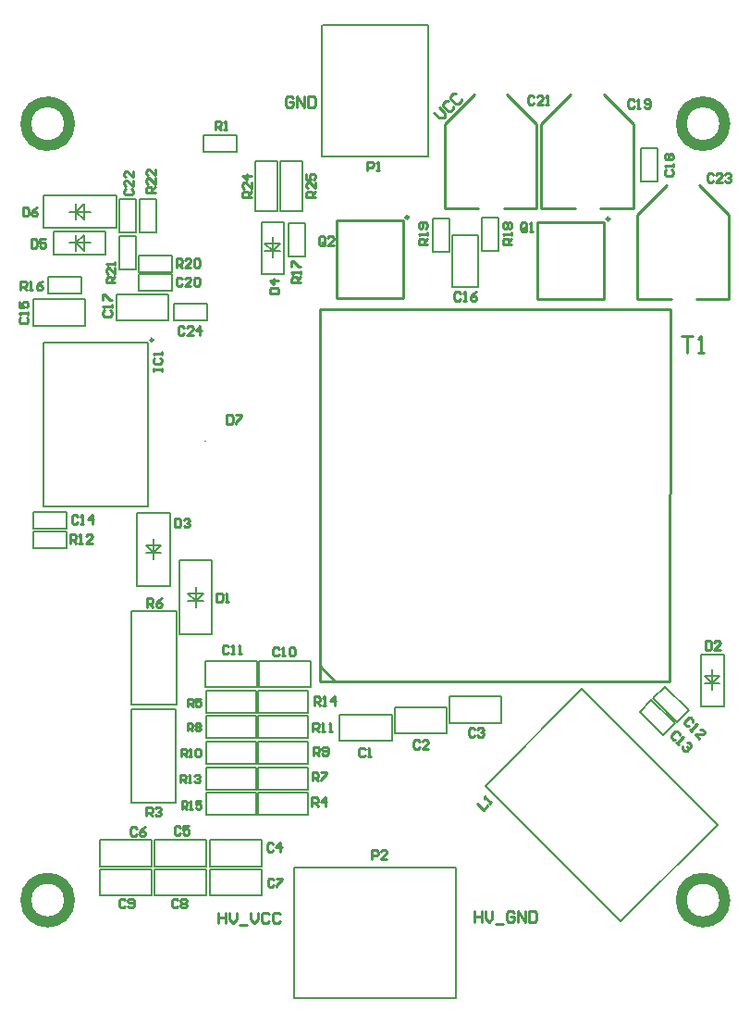
<source format=gto>
G04*
G04 #@! TF.GenerationSoftware,Altium Limited,Altium Designer,24.3.1 (35)*
G04*
G04 Layer_Color=65535*
%FSLAX44Y44*%
%MOMM*%
G71*
G04*
G04 #@! TF.SameCoordinates,EE9A5EF0-155C-4C8F-B462-BE7DD29FB847*
G04*
G04*
G04 #@! TF.FilePolarity,Positive*
G04*
G01*
G75*
%ADD10C,0.1000*%
%ADD11C,0.2540*%
%ADD12C,1.0000*%
%ADD13C,0.2500*%
%ADD14C,0.2000*%
D10*
X175000Y450000D02*
G03*
X174000Y450000I-500J0D01*
G01*
D02*
G03*
X175000Y450000I500J0D01*
G01*
D11*
X360600Y654488D02*
G03*
X360600Y654488I-1500J0D01*
G01*
X544550Y653000D02*
G03*
X544550Y653000I-1500J0D01*
G01*
X294750Y651812D02*
X355250Y651678D01*
X294750Y580788D02*
Y651812D01*
X355250Y580788D02*
Y651678D01*
X294750Y580788D02*
X355250D01*
X478700Y650324D02*
X539200Y650190D01*
X478700Y579300D02*
Y650324D01*
X539200Y579300D02*
Y650190D01*
X478700Y579300D02*
X539200D01*
X538950Y766750D02*
X565950Y739750D01*
Y662750D02*
Y739750D01*
X535950Y662750D02*
X565950D01*
X481950D02*
X512950D01*
X481950D02*
Y739750D01*
X508950Y766750D01*
X450500Y766500D02*
X477500Y739500D01*
Y662500D02*
Y739500D01*
X447500Y662500D02*
X477500D01*
X393500D02*
X424500D01*
X393500D02*
Y739500D01*
X420500Y766500D01*
X279050Y570300D02*
X600273Y570300D01*
X599522Y230300D02*
X600273Y570300D01*
X293250Y230300D02*
X599522D01*
X279050Y244500D02*
Y570300D01*
Y244500D02*
X293250Y230300D01*
X278919Y230200D02*
X294450D01*
X278919D02*
Y245569D01*
X569750Y656500D02*
X596750Y683500D01*
X569750Y579500D02*
Y656500D01*
Y579500D02*
X600750D01*
X623750D02*
X653750D01*
Y656500D01*
X626750Y683500D02*
X653750Y656500D01*
X383781Y749922D02*
X388494Y745210D01*
X393206D01*
Y749922D01*
X388494Y754635D01*
X396741Y760525D02*
X394384Y760525D01*
X392028Y758169D01*
Y755813D01*
X396741Y751100D01*
X399097D01*
X401453Y753457D01*
Y755813D01*
X403809Y767594D02*
X401453Y767594D01*
X399097Y765238D01*
Y762882D01*
X403809Y758169D01*
X406166D01*
X408522Y760525D01*
X408522Y762882D01*
X254685Y763121D02*
X253019Y764787D01*
X249687D01*
X248021Y763121D01*
Y756456D01*
X249687Y754790D01*
X253019D01*
X254685Y756456D01*
Y759788D01*
X251353D01*
X258018Y754790D02*
Y764787D01*
X264682Y754790D01*
Y764787D01*
X268014D02*
Y754790D01*
X273013D01*
X274679Y756456D01*
Y763121D01*
X273013Y764787D01*
X268014D01*
X420540Y20203D02*
Y10206D01*
Y15204D01*
X427205D01*
Y20203D01*
Y10206D01*
X430537Y20203D02*
Y13538D01*
X433869Y10206D01*
X437201Y13538D01*
Y20203D01*
X440534Y8540D02*
X447198D01*
X457195Y18537D02*
X455529Y20203D01*
X452197D01*
X450530Y18537D01*
Y11872D01*
X452197Y10206D01*
X455529D01*
X457195Y11872D01*
Y15204D01*
X453863D01*
X460527Y10206D02*
Y20203D01*
X467192Y10206D01*
Y20203D01*
X470524D02*
Y10206D01*
X475522D01*
X477188Y11872D01*
Y18537D01*
X475522Y20203D01*
X470524D01*
X186040Y18703D02*
Y8706D01*
Y13705D01*
X192705D01*
Y18703D01*
Y8706D01*
X196037Y18703D02*
Y12038D01*
X199369Y8706D01*
X202701Y12038D01*
Y18703D01*
X206033Y7040D02*
X212698D01*
X216030Y18703D02*
Y12038D01*
X219363Y8706D01*
X222695Y12038D01*
Y18703D01*
X232692Y17037D02*
X231026Y18703D01*
X227693D01*
X226027Y17037D01*
Y10372D01*
X227693Y8706D01*
X231026D01*
X232692Y10372D01*
X242688Y17037D02*
X241022Y18703D01*
X237690D01*
X236024Y17037D01*
Y10372D01*
X237690Y8706D01*
X241022D01*
X242688Y10372D01*
X327139Y67751D02*
Y75749D01*
X331138D01*
X332470Y74416D01*
Y71750D01*
X331138Y70417D01*
X327139D01*
X340468Y67751D02*
X335136D01*
X340468Y73083D01*
Y74416D01*
X339135Y75749D01*
X336469D01*
X335136Y74416D01*
X610281Y545617D02*
X620438D01*
X615360D01*
Y530382D01*
X625516D02*
X630595D01*
X628056D01*
Y545617D01*
X625516Y543078D01*
X283667Y630234D02*
Y635565D01*
X282334Y636898D01*
X279668D01*
X278335Y635565D01*
Y630234D01*
X279668Y628901D01*
X282334D01*
X281001Y631567D02*
X283667Y628901D01*
X282334D02*
X283667Y630234D01*
X291665Y628901D02*
X286333D01*
X291665Y634232D01*
Y635565D01*
X290332Y636898D01*
X287666D01*
X286333Y635565D01*
X468500Y643084D02*
Y648416D01*
X467167Y649749D01*
X464501D01*
X463168Y648416D01*
Y643084D01*
X464501Y641751D01*
X467167D01*
X465834Y644417D02*
X468500Y641751D01*
X467167D02*
X468500Y643084D01*
X471166Y641751D02*
X473832D01*
X472499D01*
Y649749D01*
X471166Y648416D01*
X322918Y697251D02*
Y705249D01*
X326917D01*
X328250Y703916D01*
Y701250D01*
X326917Y699917D01*
X322918D01*
X330916Y697251D02*
X333582D01*
X332249D01*
Y705249D01*
X330916Y703916D01*
X183264Y734486D02*
Y742484D01*
X187262D01*
X188595Y741151D01*
Y738485D01*
X187262Y737152D01*
X183264D01*
X185929D02*
X188595Y734486D01*
X191261D02*
X193927D01*
X192594D01*
Y742484D01*
X191261Y741151D01*
X194086Y473499D02*
Y465501D01*
X198084D01*
X199417Y466834D01*
Y472166D01*
X198084Y473499D01*
X194086D01*
X202083D02*
X207414D01*
Y472166D01*
X202083Y466834D01*
Y465501D01*
X233330Y584798D02*
X241327D01*
Y588797D01*
X239994Y590130D01*
X234663D01*
X233330Y588797D01*
Y584798D01*
X241327Y596794D02*
X233330D01*
X237329Y592795D01*
Y598127D01*
X126501Y513836D02*
Y516502D01*
Y515169D01*
X134499D01*
Y513836D01*
Y516502D01*
X127834Y525832D02*
X126501Y524499D01*
Y521834D01*
X127834Y520501D01*
X133166D01*
X134499Y521834D01*
Y524499D01*
X133166Y525832D01*
X134499Y528498D02*
Y531164D01*
Y529831D01*
X126501D01*
X127834Y528498D01*
X274999Y672837D02*
X267001D01*
Y676835D01*
X268334Y678168D01*
X271000D01*
X272333Y676835D01*
Y672837D01*
Y675503D02*
X274999Y678168D01*
Y686166D02*
Y680834D01*
X269667Y686166D01*
X268334D01*
X267001Y684833D01*
Y682167D01*
X268334Y680834D01*
X267001Y694163D02*
Y688832D01*
X271000D01*
X269667Y691497D01*
Y692830D01*
X271000Y694163D01*
X273666D01*
X274999Y692830D01*
Y690164D01*
X273666Y688832D01*
X216499Y672587D02*
X208501D01*
Y676585D01*
X209834Y677918D01*
X212500D01*
X213833Y676585D01*
Y672587D01*
Y675253D02*
X216499Y677918D01*
Y685916D02*
Y680584D01*
X211167Y685916D01*
X209834D01*
X208501Y684583D01*
Y681917D01*
X209834Y680584D01*
X216499Y692580D02*
X208501D01*
X212500Y688582D01*
Y693913D01*
X128249Y676837D02*
X120251D01*
Y680835D01*
X121584Y682168D01*
X124250D01*
X125583Y680835D01*
Y676837D01*
Y679503D02*
X128249Y682168D01*
Y690166D02*
Y684834D01*
X122917Y690166D01*
X121584D01*
X120251Y688833D01*
Y686167D01*
X121584Y684834D01*
X128249Y698163D02*
Y692832D01*
X122917Y698163D01*
X121584D01*
X120251Y696830D01*
Y694165D01*
X121584Y692832D01*
X91744Y594670D02*
X83747D01*
Y598668D01*
X85079Y600001D01*
X87745D01*
X89078Y598668D01*
Y594670D01*
Y597336D02*
X91744Y600001D01*
Y607999D02*
Y602667D01*
X86412Y607999D01*
X85079D01*
X83747Y606666D01*
Y604000D01*
X85079Y602667D01*
X91744Y610664D02*
Y613330D01*
Y611997D01*
X83747D01*
X85079Y610664D01*
X147837Y608501D02*
Y616499D01*
X151835D01*
X153168Y615166D01*
Y612500D01*
X151835Y611167D01*
X147837D01*
X150503D02*
X153168Y608501D01*
X161166D02*
X155834D01*
X161166Y613833D01*
Y615166D01*
X159833Y616499D01*
X157167D01*
X155834Y615166D01*
X163832D02*
X165165Y616499D01*
X167830D01*
X169163Y615166D01*
Y609834D01*
X167830Y608501D01*
X165165D01*
X163832Y609834D01*
Y615166D01*
X377546Y629711D02*
X369548D01*
Y633709D01*
X370881Y635042D01*
X373547D01*
X374880Y633709D01*
Y629711D01*
Y632376D02*
X377546Y635042D01*
Y637708D02*
Y640374D01*
Y639041D01*
X369548D01*
X370881Y637708D01*
X376213Y644372D02*
X377546Y645705D01*
Y648371D01*
X376213Y649704D01*
X370881D01*
X369548Y648371D01*
Y645705D01*
X370881Y644372D01*
X372214D01*
X373547Y645705D01*
Y649704D01*
X454823Y629654D02*
X446826D01*
Y633653D01*
X448158Y634986D01*
X450824D01*
X452157Y633653D01*
Y629654D01*
Y632320D02*
X454823Y634986D01*
Y637651D02*
Y640317D01*
Y638984D01*
X446826D01*
X448158Y637651D01*
Y644316D02*
X446826Y645649D01*
Y648315D01*
X448158Y649648D01*
X449491D01*
X450824Y648315D01*
X452157Y649648D01*
X453490D01*
X454823Y648315D01*
Y645649D01*
X453490Y644316D01*
X452157D01*
X450824Y645649D01*
X449491Y644316D01*
X448158D01*
X450824Y645649D02*
Y648315D01*
X261317Y594653D02*
X253320D01*
Y598651D01*
X254653Y599984D01*
X257319D01*
X258652Y598651D01*
Y594653D01*
Y597318D02*
X261317Y599984D01*
Y602650D02*
Y605316D01*
Y603983D01*
X253320D01*
X254653Y602650D01*
X253320Y609315D02*
Y614646D01*
X254653D01*
X259984Y609315D01*
X261317D01*
X5253Y588000D02*
Y595997D01*
X9252D01*
X10585Y594664D01*
Y591998D01*
X9252Y590666D01*
X5253D01*
X7919D02*
X10585Y588000D01*
X13251D02*
X15917D01*
X14584D01*
Y595997D01*
X13251Y594664D01*
X25247Y595997D02*
X22581Y594664D01*
X19915Y591998D01*
Y589333D01*
X21248Y588000D01*
X23914D01*
X25247Y589333D01*
Y590666D01*
X23914Y591998D01*
X19915D01*
X152753Y113501D02*
Y120499D01*
X156252D01*
X157418Y119333D01*
Y117000D01*
X156252Y115834D01*
X152753D01*
X155085D02*
X157418Y113501D01*
X159751D02*
X162083D01*
X160917D01*
Y120499D01*
X159751Y119333D01*
X170247Y120499D02*
X165582D01*
Y117000D01*
X167915Y118166D01*
X169081D01*
X170247Y117000D01*
Y114667D01*
X169081Y113501D01*
X166748D01*
X165582Y114667D01*
X274003Y208251D02*
Y216249D01*
X278002D01*
X279335Y214916D01*
Y212250D01*
X278002Y210917D01*
X274003D01*
X276669D02*
X279335Y208251D01*
X282001D02*
X284666D01*
X283333D01*
Y216249D01*
X282001Y214916D01*
X292664Y208251D02*
Y216249D01*
X288665Y212250D01*
X293997D01*
X151753Y137751D02*
Y144749D01*
X155252D01*
X156418Y143583D01*
Y141250D01*
X155252Y140084D01*
X151753D01*
X154085D02*
X156418Y137751D01*
X158751D02*
X161083D01*
X159917D01*
Y144749D01*
X158751Y143583D01*
X164582D02*
X165748Y144749D01*
X168081D01*
X169247Y143583D01*
Y142416D01*
X168081Y141250D01*
X166915D01*
X168081D01*
X169247Y140084D01*
Y138917D01*
X168081Y137751D01*
X165748D01*
X164582Y138917D01*
X50703Y356500D02*
Y364497D01*
X54702D01*
X56035Y363164D01*
Y360499D01*
X54702Y359166D01*
X50703D01*
X53369D02*
X56035Y356500D01*
X58701D02*
X61367D01*
X60034D01*
Y364497D01*
X58701Y363164D01*
X70697Y356500D02*
X65365D01*
X70697Y361832D01*
Y363164D01*
X69364Y364497D01*
X66698D01*
X65365Y363164D01*
X272836Y184251D02*
Y192249D01*
X276835D01*
X278168Y190916D01*
Y188250D01*
X276835Y186917D01*
X272836D01*
X275502D02*
X278168Y184251D01*
X280834D02*
X283499D01*
X282167D01*
Y192249D01*
X280834Y190916D01*
X287498Y184251D02*
X290164D01*
X288831D01*
Y192249D01*
X287498Y190916D01*
X152503Y161251D02*
Y168249D01*
X156002D01*
X157168Y167083D01*
Y164750D01*
X156002Y163584D01*
X152503D01*
X154835D02*
X157168Y161251D01*
X159501D02*
X161833D01*
X160667D01*
Y168249D01*
X159501Y167083D01*
X165332D02*
X166498Y168249D01*
X168831D01*
X169997Y167083D01*
Y162417D01*
X168831Y161251D01*
X166498D01*
X165332Y162417D01*
Y167083D01*
X273335Y162216D02*
Y170213D01*
X277334D01*
X278667Y168880D01*
Y166215D01*
X277334Y164882D01*
X273335D01*
X276001D02*
X278667Y162216D01*
X281333Y163549D02*
X282666Y162216D01*
X285332D01*
X286665Y163549D01*
Y168880D01*
X285332Y170213D01*
X282666D01*
X281333Y168880D01*
Y167547D01*
X282666Y166215D01*
X286665D01*
X158168Y184751D02*
Y191749D01*
X161667D01*
X162834Y190583D01*
Y188250D01*
X161667Y187084D01*
X158168D01*
X160501D02*
X162834Y184751D01*
X165166Y190583D02*
X166333Y191749D01*
X168665D01*
X169832Y190583D01*
Y189416D01*
X168665Y188250D01*
X169832Y187084D01*
Y185917D01*
X168665Y184751D01*
X166333D01*
X165166Y185917D01*
Y187084D01*
X166333Y188250D01*
X165166Y189416D01*
Y190583D01*
X166333Y188250D02*
X168665D01*
X272335Y139001D02*
Y146999D01*
X276334D01*
X277667Y145666D01*
Y143000D01*
X276334Y141667D01*
X272335D01*
X275001D02*
X277667Y139001D01*
X280333Y146999D02*
X285665D01*
Y145666D01*
X280333Y140334D01*
Y139001D01*
X121086Y298001D02*
Y305999D01*
X125084D01*
X126417Y304666D01*
Y302000D01*
X125084Y300667D01*
X121086D01*
X123751D02*
X126417Y298001D01*
X134415Y305999D02*
X131749Y304666D01*
X129083Y302000D01*
Y299334D01*
X130416Y298001D01*
X133082D01*
X134415Y299334D01*
Y300667D01*
X133082Y302000D01*
X129083D01*
X158419Y207251D02*
Y214249D01*
X161917D01*
X163084Y213083D01*
Y210750D01*
X161917Y209584D01*
X158419D01*
X160751D02*
X163084Y207251D01*
X170081Y214249D02*
X165416D01*
Y210750D01*
X167749Y211916D01*
X168915D01*
X170081Y210750D01*
Y208417D01*
X168915Y207251D01*
X166583D01*
X165416Y208417D01*
X272014Y116001D02*
Y123999D01*
X276013D01*
X277346Y122666D01*
Y120000D01*
X276013Y118667D01*
X272014D01*
X274680D02*
X277346Y116001D01*
X284011D02*
Y123999D01*
X280012Y120000D01*
X285343D01*
X120336Y107001D02*
Y114999D01*
X124334D01*
X125667Y113666D01*
Y111000D01*
X124334Y109667D01*
X120336D01*
X123001D02*
X125667Y107001D01*
X128333Y113666D02*
X129666Y114999D01*
X132332D01*
X133665Y113666D01*
Y112333D01*
X132332Y111000D01*
X130999D01*
X132332D01*
X133665Y109667D01*
Y108334D01*
X132332Y107001D01*
X129666D01*
X128333Y108334D01*
X423152Y118057D02*
X428807Y112402D01*
X432578Y116173D01*
X434463Y118057D02*
X436348Y119943D01*
X435405Y119000D01*
X429750Y124655D01*
X429750Y122770D01*
X7336Y663499D02*
Y655501D01*
X11334D01*
X12667Y656834D01*
Y662166D01*
X11334Y663499D01*
X7336D01*
X20665D02*
X17999Y662166D01*
X15333Y659500D01*
Y656834D01*
X16666Y655501D01*
X19332D01*
X20665Y656834D01*
Y658167D01*
X19332Y659500D01*
X15333D01*
X14835Y634249D02*
Y626251D01*
X18834D01*
X20167Y627584D01*
Y632916D01*
X18834Y634249D01*
X14835D01*
X28165D02*
X22833D01*
Y630250D01*
X25499Y631583D01*
X26832D01*
X28165Y630250D01*
Y627584D01*
X26832Y626251D01*
X24166D01*
X22833Y627584D01*
X146497Y378999D02*
Y371001D01*
X150496D01*
X151829Y372334D01*
Y377666D01*
X150496Y378999D01*
X146497D01*
X154495Y377666D02*
X155828Y378999D01*
X158493D01*
X159826Y377666D01*
Y376333D01*
X158493Y375000D01*
X157161D01*
X158493D01*
X159826Y373667D01*
Y372334D01*
X158493Y371001D01*
X155828D01*
X154495Y372334D01*
X632336Y266999D02*
Y259001D01*
X636334D01*
X637667Y260334D01*
Y265666D01*
X636334Y266999D01*
X632336D01*
X645665Y259001D02*
X640333D01*
X645665Y264333D01*
Y265666D01*
X644332Y266999D01*
X641666D01*
X640333Y265666D01*
X184755Y310749D02*
Y302751D01*
X188753D01*
X190086Y304084D01*
Y309416D01*
X188753Y310749D01*
X184755D01*
X192752Y302751D02*
X195418D01*
X194085D01*
Y310749D01*
X192752Y309416D01*
X154918Y553416D02*
X153586Y554749D01*
X150920D01*
X149587Y553416D01*
Y548084D01*
X150920Y546751D01*
X153586D01*
X154918Y548084D01*
X162916Y546751D02*
X157584D01*
X162916Y552083D01*
Y553416D01*
X161583Y554749D01*
X158917D01*
X157584Y553416D01*
X169580Y546751D02*
Y554749D01*
X165582Y550750D01*
X170913D01*
X639380Y693240D02*
X638047Y694573D01*
X635382D01*
X634049Y693240D01*
Y687908D01*
X635382Y686575D01*
X638047D01*
X639380Y687908D01*
X647378Y686575D02*
X642046D01*
X647378Y691907D01*
Y693240D01*
X646045Y694573D01*
X643379D01*
X642046Y693240D01*
X650043D02*
X651376Y694573D01*
X654042D01*
X655375Y693240D01*
Y691907D01*
X654042Y690574D01*
X652709D01*
X654042D01*
X655375Y689241D01*
Y687908D01*
X654042Y686575D01*
X651376D01*
X650043Y687908D01*
X101334Y680418D02*
X100001Y679085D01*
Y676420D01*
X101334Y675087D01*
X106666D01*
X107999Y676420D01*
Y679085D01*
X106666Y680418D01*
X107999Y688416D02*
Y683084D01*
X102667Y688416D01*
X101334D01*
X100001Y687083D01*
Y684417D01*
X101334Y683084D01*
X107999Y696413D02*
Y691082D01*
X102667Y696413D01*
X101334D01*
X100001Y695080D01*
Y692414D01*
X101334Y691082D01*
X475251Y764166D02*
X473918Y765499D01*
X471253D01*
X469920Y764166D01*
Y758834D01*
X471253Y757501D01*
X473918D01*
X475251Y758834D01*
X483249Y757501D02*
X477917D01*
X483249Y762833D01*
Y764166D01*
X481916Y765499D01*
X479250D01*
X477917Y764166D01*
X485914Y757501D02*
X488580D01*
X487247D01*
Y765499D01*
X485914Y764166D01*
X153168Y598166D02*
X151835Y599499D01*
X149170D01*
X147837Y598166D01*
Y592834D01*
X149170Y591501D01*
X151835D01*
X153168Y592834D01*
X161166Y591501D02*
X155834D01*
X161166Y596833D01*
Y598166D01*
X159833Y599499D01*
X157167D01*
X155834Y598166D01*
X163832D02*
X165165Y599499D01*
X167830D01*
X169163Y598166D01*
Y592834D01*
X167830Y591501D01*
X165165D01*
X163832Y592834D01*
Y598166D01*
X566835Y760916D02*
X565502Y762249D01*
X562836D01*
X561503Y760916D01*
Y755584D01*
X562836Y754251D01*
X565502D01*
X566835Y755584D01*
X569501Y754251D02*
X572166D01*
X570834D01*
Y762249D01*
X569501Y760916D01*
X576165Y755584D02*
X577498Y754251D01*
X580164D01*
X581497Y755584D01*
Y760916D01*
X580164Y762249D01*
X577498D01*
X576165Y760916D01*
Y759583D01*
X577498Y758250D01*
X581497D01*
X596084Y697835D02*
X594751Y696502D01*
Y693836D01*
X596084Y692503D01*
X601416D01*
X602749Y693836D01*
Y696502D01*
X601416Y697835D01*
X602749Y700501D02*
Y703167D01*
Y701834D01*
X594751D01*
X596084Y700501D01*
Y707165D02*
X594751Y708498D01*
Y711164D01*
X596084Y712497D01*
X597417D01*
X598750Y711164D01*
X600083Y712497D01*
X601416D01*
X602749Y711164D01*
Y708498D01*
X601416Y707165D01*
X600083D01*
X598750Y708498D01*
X597417Y707165D01*
X596084D01*
X598750Y708498D02*
Y711164D01*
X81834Y569085D02*
X80501Y567752D01*
Y565086D01*
X81834Y563753D01*
X87166D01*
X88499Y565086D01*
Y567752D01*
X87166Y569085D01*
X88499Y571751D02*
Y574417D01*
Y573084D01*
X80501D01*
X81834Y571751D01*
X80501Y578415D02*
Y583747D01*
X81834D01*
X87166Y578415D01*
X88499D01*
X407835Y584916D02*
X406502Y586249D01*
X403836D01*
X402503Y584916D01*
Y579584D01*
X403836Y578251D01*
X406502D01*
X407835Y579584D01*
X410501Y578251D02*
X413166D01*
X411833D01*
Y586249D01*
X410501Y584916D01*
X422497Y586249D02*
X419831Y584916D01*
X417165Y582250D01*
Y579584D01*
X418498Y578251D01*
X421164D01*
X422497Y579584D01*
Y580917D01*
X421164Y582250D01*
X417165D01*
X5334Y562835D02*
X4001Y561502D01*
Y558836D01*
X5334Y557503D01*
X10666D01*
X11999Y558836D01*
Y561502D01*
X10666Y562835D01*
X11999Y565501D02*
Y568167D01*
Y566834D01*
X4001D01*
X5334Y565501D01*
X4001Y577497D02*
Y572165D01*
X8000D01*
X6667Y574831D01*
Y576164D01*
X8000Y577497D01*
X10666D01*
X11999Y576164D01*
Y573498D01*
X10666Y572165D01*
X57491Y380916D02*
X56158Y382249D01*
X53492D01*
X52159Y380916D01*
Y375584D01*
X53492Y374251D01*
X56158D01*
X57491Y375584D01*
X60157Y374251D02*
X62822D01*
X61490D01*
Y382249D01*
X60157Y380916D01*
X70820Y374251D02*
Y382249D01*
X66821Y378250D01*
X72153D01*
X608440Y180666D02*
Y182551D01*
X606555Y184436D01*
X604670Y184436D01*
X600900Y180666D01*
Y178781D01*
X602785Y176896D01*
X604670Y176896D01*
X605612Y174069D02*
X607497Y172183D01*
X606555Y173126D01*
X612210Y178781D01*
X610325Y178781D01*
X615037Y174069D02*
X616922Y174069D01*
X618807Y172183D01*
Y170299D01*
X617865Y169356D01*
X615980D01*
X615037Y170299D01*
X615980Y169356D01*
Y167471D01*
X615037Y166528D01*
X613153Y166528D01*
X611268Y168413D01*
Y170299D01*
X620836Y192934D02*
Y194819D01*
X618951Y196704D01*
X617066Y196704D01*
X613296Y192934D01*
Y191049D01*
X615181Y189164D01*
X617066Y189164D01*
X618009Y186336D02*
X619894Y184451D01*
X618951Y185394D01*
X624606Y191049D01*
X622721Y191049D01*
X626491Y177854D02*
X622721Y181624D01*
X630261D01*
X631204Y182566D01*
Y184451D01*
X629319Y186336D01*
X627434Y186336D01*
X195418Y261916D02*
X194085Y263249D01*
X191419D01*
X190086Y261916D01*
Y256584D01*
X191419Y255251D01*
X194085D01*
X195418Y256584D01*
X198084Y255251D02*
X200749D01*
X199417D01*
Y263249D01*
X198084Y261916D01*
X204748Y255251D02*
X207414D01*
X206081D01*
Y263249D01*
X204748Y261916D01*
X241835Y259916D02*
X240502Y261249D01*
X237836D01*
X236503Y259916D01*
Y254584D01*
X237836Y253251D01*
X240502D01*
X241835Y254584D01*
X244501Y253251D02*
X247166D01*
X245833D01*
Y261249D01*
X244501Y259916D01*
X251165D02*
X252498Y261249D01*
X255164D01*
X256497Y259916D01*
Y254584D01*
X255164Y253251D01*
X252498D01*
X251165Y254584D01*
Y259916D01*
X100971Y29931D02*
X99638Y31264D01*
X96972D01*
X95639Y29931D01*
Y24600D01*
X96972Y23267D01*
X99638D01*
X100971Y24600D01*
X103636D02*
X104969Y23267D01*
X107635D01*
X108968Y24600D01*
Y29931D01*
X107635Y31264D01*
X104969D01*
X103636Y29931D01*
Y28598D01*
X104969Y27266D01*
X108968D01*
X149170Y29739D02*
X147837Y31072D01*
X145172D01*
X143839Y29739D01*
Y24408D01*
X145172Y23075D01*
X147837D01*
X149170Y24408D01*
X151836Y29739D02*
X153169Y31072D01*
X155835D01*
X157168Y29739D01*
Y28407D01*
X155835Y27074D01*
X157168Y25741D01*
Y24408D01*
X155835Y23075D01*
X153169D01*
X151836Y24408D01*
Y25741D01*
X153169Y27074D01*
X151836Y28407D01*
Y29739D01*
X153169Y27074D02*
X155835D01*
X236933Y48666D02*
X235600Y49999D01*
X232934D01*
X231601Y48666D01*
Y43334D01*
X232934Y42001D01*
X235600D01*
X236933Y43334D01*
X239598Y49999D02*
X244930D01*
Y48666D01*
X239598Y43334D01*
Y42001D01*
X111417Y95416D02*
X110084Y96749D01*
X107418D01*
X106086Y95416D01*
Y90084D01*
X107418Y88751D01*
X110084D01*
X111417Y90084D01*
X119415Y96749D02*
X116749Y95416D01*
X114083Y92750D01*
Y90084D01*
X115416Y88751D01*
X118082D01*
X119415Y90084D01*
Y91417D01*
X118082Y92750D01*
X114083D01*
X151433Y96416D02*
X150100Y97749D01*
X147434D01*
X146101Y96416D01*
Y91084D01*
X147434Y89751D01*
X150100D01*
X151433Y91084D01*
X159430Y97749D02*
X154098D01*
Y93750D01*
X156764Y95083D01*
X158097D01*
X159430Y93750D01*
Y91084D01*
X158097Y89751D01*
X155431D01*
X154098Y91084D01*
X236433Y80916D02*
X235100Y82249D01*
X232434D01*
X231101Y80916D01*
Y75584D01*
X232434Y74251D01*
X235100D01*
X236433Y75584D01*
X243097Y74251D02*
Y82249D01*
X239098Y78250D01*
X244430D01*
X420917Y186166D02*
X419584Y187499D01*
X416918D01*
X415586Y186166D01*
Y180834D01*
X416918Y179501D01*
X419584D01*
X420917Y180834D01*
X423583Y186166D02*
X424916Y187499D01*
X427582D01*
X428914Y186166D01*
Y184833D01*
X427582Y183500D01*
X426249D01*
X427582D01*
X428914Y182167D01*
Y180834D01*
X427582Y179501D01*
X424916D01*
X423583Y180834D01*
X370414Y175166D02*
X369081Y176499D01*
X366415D01*
X365082Y175166D01*
Y169834D01*
X366415Y168501D01*
X369081D01*
X370414Y169834D01*
X378411Y168501D02*
X373080D01*
X378411Y173833D01*
Y175166D01*
X377079Y176499D01*
X374413D01*
X373080Y175166D01*
X320603Y167914D02*
X319270Y169247D01*
X316604D01*
X315271Y167914D01*
Y162582D01*
X316604Y161249D01*
X319270D01*
X320603Y162582D01*
X323269Y161249D02*
X325935D01*
X324602D01*
Y169247D01*
X323269Y167914D01*
D12*
X650000Y740000D02*
G03*
X650000Y740000I-20000J0D01*
G01*
Y30000D02*
G03*
X650000Y30000I-20000J0D01*
G01*
X50000D02*
G03*
X50000Y30000I-20000J0D01*
G01*
Y740000D02*
G03*
X50000Y740000I-20000J0D01*
G01*
D13*
X126500Y542248D02*
G03*
X126500Y542248I-1250J0D01*
G01*
D14*
X255800Y60000D02*
X404200D01*
Y-60000D02*
Y60000D01*
X255800Y-60000D02*
X404200D01*
X255800D02*
Y60000D01*
X378800Y710000D02*
Y830000D01*
X281600D02*
X378800D01*
X281200Y710000D02*
Y830000D01*
X281600Y710000D02*
X378800D01*
X106750Y209000D02*
Y294250D01*
X107250Y209000D02*
X147750D01*
X106750Y294250D02*
X147750D01*
Y209000D02*
Y294250D01*
X106500Y119320D02*
Y204570D01*
X107000Y119320D02*
X147500D01*
X106500Y204570D02*
X147500D01*
Y119320D02*
Y204570D01*
X573380Y687510D02*
Y717990D01*
Y687510D02*
X588620D01*
X573380Y717990D02*
X588620D01*
Y687510D02*
Y717990D01*
X263389Y660391D02*
Y706111D01*
X243069D02*
X263389D01*
X243069Y660391D02*
X263389D01*
X243069D02*
Y706111D01*
X278919Y245569D02*
X279050Y245700D01*
X584439Y214388D02*
X605992Y192836D01*
X616768Y203612D01*
X584439Y214388D02*
X595215Y225164D01*
X616768Y203612D01*
X240611Y660391D02*
Y706111D01*
X220291D02*
X240611D01*
X220291Y660391D02*
X240611D01*
X220291D02*
Y706111D01*
X172260Y729120D02*
X202740D01*
X172260Y713880D02*
Y729120D01*
X202740Y713880D02*
Y729120D01*
X172260Y713880D02*
X202740D01*
X628084Y207250D02*
X649084D01*
X628084Y254500D02*
X649084D01*
Y207250D02*
Y254500D01*
X628084Y207250D02*
Y254500D01*
X638334Y228000D02*
Y241000D01*
X631334Y228000D02*
X638334D01*
X631263Y235071D02*
X645405D01*
X631263D02*
X638334Y228000D01*
X645334D01*
X638334D02*
X645405Y235071D01*
X638334Y222000D02*
Y228000D01*
X235819Y617649D02*
Y623649D01*
X242890Y630720D01*
X235819Y623649D02*
X242819D01*
X228748Y630720D02*
X235819Y623649D01*
X228748Y630720D02*
X242890D01*
X228819Y623649D02*
X235819D01*
Y636650D01*
X225569Y602900D02*
Y650149D01*
X246569Y602900D02*
Y650149D01*
X225569D02*
X246569D01*
X225569Y602900D02*
X246569D01*
X427130Y623659D02*
Y654139D01*
Y623659D02*
X442370D01*
X427130Y654139D02*
X442370D01*
Y623659D02*
Y654139D01*
X382630Y623217D02*
Y653697D01*
Y623217D02*
X397870D01*
X382630Y653697D02*
X397870D01*
Y623217D02*
Y653697D01*
X400511Y590957D02*
Y638457D01*
X424511D01*
Y590957D02*
Y638457D01*
X400511Y590957D02*
X424511D01*
X265689Y618909D02*
Y649389D01*
X250449D02*
X265689D01*
X250449Y618909D02*
X265689D01*
X250449D02*
Y649389D01*
X114130Y640261D02*
Y670741D01*
Y640261D02*
X129370D01*
X114130Y670741D02*
X129370D01*
Y640261D02*
Y670741D01*
X95874Y640261D02*
Y670741D01*
Y640261D02*
X111114D01*
X95874Y670741D02*
X111114D01*
Y640261D02*
Y670741D01*
X95875Y606760D02*
Y637240D01*
Y606760D02*
X111115D01*
X95875Y637240D02*
X111115D01*
Y606760D02*
Y637240D01*
X145510Y560380D02*
X175990D01*
Y575620D01*
X145510Y560380D02*
Y575620D01*
X175990D01*
X113010Y619620D02*
X143490D01*
X113010Y604380D02*
Y619620D01*
X143490Y604380D02*
Y619620D01*
X113010Y604380D02*
X143490D01*
X113010Y602120D02*
X143490D01*
X113010Y586880D02*
Y602120D01*
X143490Y586880D02*
Y602120D01*
X113010Y586880D02*
X143490D01*
X140651Y559750D02*
Y583750D01*
X93151D02*
X140651D01*
X93151Y559750D02*
Y583750D01*
Y559750D02*
X140651D01*
X26000Y674500D02*
X93000D01*
X26000Y644500D02*
X93000D01*
Y674500D01*
X26000Y644500D02*
Y674500D01*
X56000Y659500D02*
X63071Y666571D01*
X56000Y659500D02*
X63071Y652429D01*
Y666571D01*
X56000Y659500D02*
Y666500D01*
Y659500D02*
X69000D01*
X56000Y652500D02*
Y659500D01*
X50000D02*
X56000D01*
X50000Y631000D02*
X56000D01*
X63071Y623929D01*
X56000Y624000D02*
Y631000D01*
X63071Y638071D01*
Y623929D02*
Y638071D01*
X56000Y631000D02*
Y638000D01*
Y631000D02*
X69000D01*
X35250Y641250D02*
X82500D01*
X35250Y620250D02*
X82500D01*
Y641250D01*
X35250Y620250D02*
Y641250D01*
X30000Y584380D02*
X60480D01*
Y599620D01*
X30000Y584380D02*
Y599620D01*
X60480D01*
X17000Y555500D02*
Y579500D01*
Y555500D02*
X64500D01*
Y579500D01*
X17000D02*
X64500D01*
X582715Y213164D02*
X604268Y191612D01*
X571939Y202388D02*
X582715Y213164D01*
X593492Y180835D02*
X604268Y191612D01*
X571939Y202388D02*
X593492Y180835D01*
X554678Y10684D02*
X643066Y99072D01*
X430934Y134428D02*
X519322Y222816D01*
X643066Y99072D01*
X430934Y134428D02*
X554678Y10684D01*
X26500Y539999D02*
X121750D01*
X26500Y389999D02*
X121750D01*
Y539999D01*
X26500D02*
X26500Y389999D01*
X16916Y352130D02*
X47396D01*
Y367370D01*
X16916Y352130D02*
Y367370D01*
X47396D01*
X16916Y385120D02*
X47396D01*
X16916Y369880D02*
Y385120D01*
X47396Y369880D02*
Y385120D01*
X16916Y369880D02*
X47396D01*
X77515Y34000D02*
Y58000D01*
Y34000D02*
X125015D01*
Y58000D01*
X77515D02*
X125015D01*
X128015Y61000D02*
Y85000D01*
Y61000D02*
X175515D01*
Y85000D01*
X128015D02*
X175515D01*
X77516Y61000D02*
Y85000D01*
Y61000D02*
X125015D01*
Y85000D01*
X77516D02*
X125015D01*
X128015Y34000D02*
Y58000D01*
Y34000D02*
X175515D01*
Y58000D01*
X128015D02*
X175515D01*
X178265Y61000D02*
Y85000D01*
Y61000D02*
X225765D01*
Y85000D01*
X178265D02*
X225765D01*
X178265Y34000D02*
Y58000D01*
Y34000D02*
X225765D01*
Y58000D01*
X178265D02*
X225765D01*
X174000Y224750D02*
Y248750D01*
Y224750D02*
X221500D01*
Y248750D01*
X174000D02*
X221500D01*
X174890Y201590D02*
X220610D01*
Y221910D01*
X174890Y201590D02*
Y221910D01*
X220610D01*
X174890Y178090D02*
X220610D01*
Y198410D01*
X174890Y178090D02*
Y198410D01*
X220610D01*
X174890Y154588D02*
X220610D01*
Y174908D01*
X174890Y154588D02*
Y174908D01*
X220610D01*
X174890Y131090D02*
X220610D01*
Y151410D01*
X174890Y131090D02*
Y151410D01*
X220610D01*
X174890Y108090D02*
X220610D01*
Y128410D01*
X174890Y108090D02*
Y128410D01*
X220610D01*
X222890Y108090D02*
X268610D01*
Y128410D01*
X222890Y108090D02*
Y128410D01*
X268610D01*
X222890Y131090D02*
X268610D01*
Y151410D01*
X222890Y131090D02*
Y151410D01*
X268610D01*
X222890Y201590D02*
X268610D01*
Y221910D01*
X222890Y201590D02*
Y221910D01*
X268610D01*
X222890Y178340D02*
X268610D01*
Y198660D01*
X222890Y178340D02*
Y198660D01*
X268610D01*
X222890Y154590D02*
X268610D01*
Y174910D01*
X222890Y154590D02*
Y174910D01*
X268610D01*
X223750Y224750D02*
Y248750D01*
Y224750D02*
X271250D01*
Y248750D01*
X223750D02*
X271250D01*
X112000Y317475D02*
Y384475D01*
X142000Y317475D02*
Y384475D01*
X112000D02*
X142000D01*
X112000Y317475D02*
X142000D01*
X119929Y354546D02*
X127000Y347475D01*
X134071Y354546D01*
X119929D02*
X134071D01*
X120000Y347475D02*
X127000D01*
Y360475D01*
Y347475D02*
X134000D01*
X127000Y341475D02*
Y347475D01*
X150500Y273500D02*
Y340500D01*
X180500Y273500D02*
Y340500D01*
X150500D02*
X180500D01*
X150500Y273500D02*
X180500D01*
X158429Y310571D02*
X165500Y303500D01*
X172571Y310571D01*
X158429D02*
X172571D01*
X158500Y303500D02*
X165500D01*
Y316500D01*
Y303500D02*
X172500D01*
X165500Y297500D02*
Y303500D01*
X445250Y192250D02*
Y216250D01*
X397750D02*
X445250D01*
X397750Y192250D02*
Y216250D01*
Y192250D02*
X445250D01*
X394997Y182250D02*
Y206250D01*
X347497D02*
X394997D01*
X347497Y182250D02*
Y206250D01*
Y182250D02*
X394997D01*
X345000Y175500D02*
Y199500D01*
X297500D02*
X345000D01*
X297500Y175500D02*
Y199500D01*
Y175500D02*
X345000D01*
M02*

</source>
